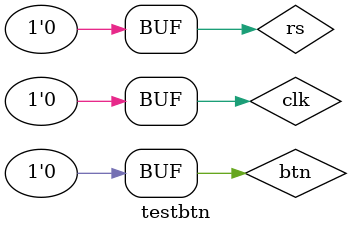
<source format=v>
`timescale 1ns / 1ps


module testbtn;

	// Inputs
	reg clk;
	reg rs;
	reg btn;

	// Outputs
	wire [7:0] q;

	// Instantiate the Unit Under Test (UUT)
	btn uut (
		.clk(clk), 
		.rs(rs), 
		.btn(btn), 
		.q(q)
	);

	initial begin
		// Initialize Inputs
		clk = 0;
		rs = 0;
		btn = 0;

		// Wait 100 ns for global reset to finish
		#10;
		btn=1;
		#100;
		btn=0;
		#100;
		
        
		// Add stimulus here

	end
      
endmodule


</source>
